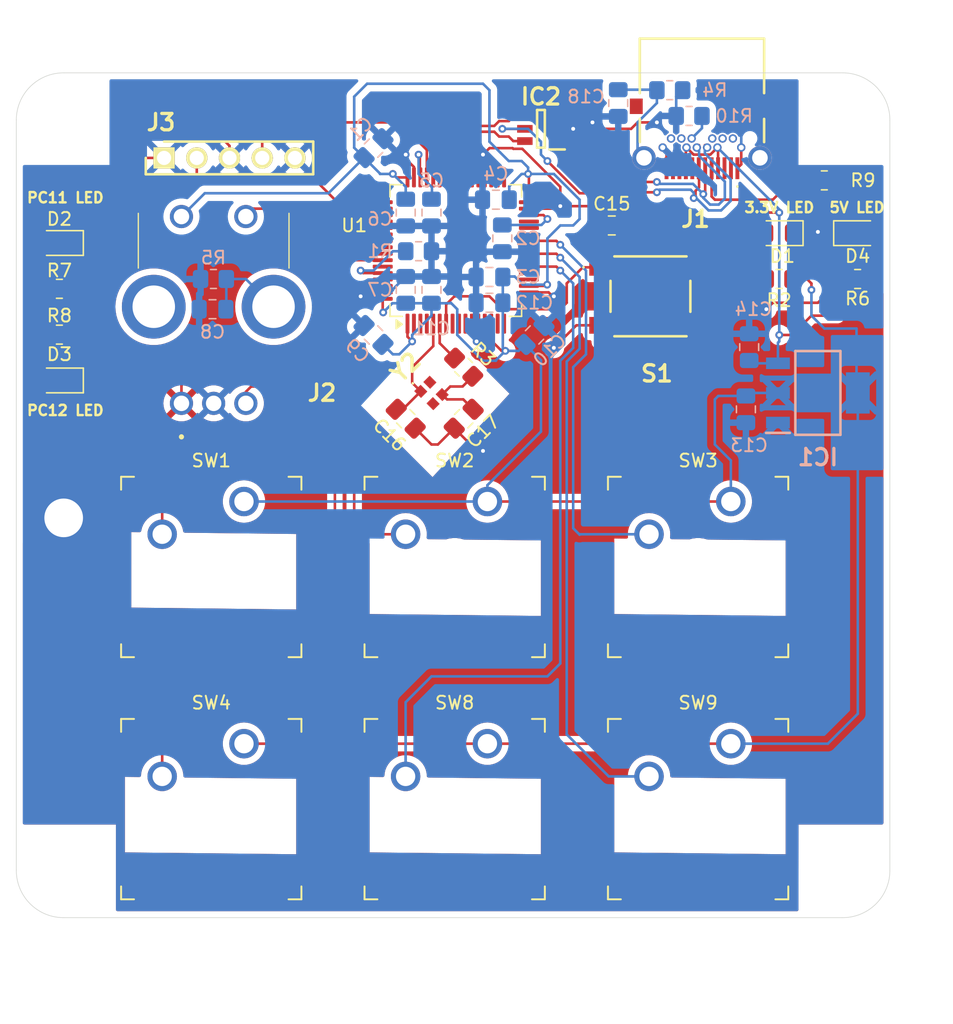
<source format=kicad_pcb>
(kicad_pcb (version 20240108) (generator "pcbnew") (generator_version "8.0")
  (layers (0 "F.Cu" signal) (31 "B.Cu" signal) (34 "B.Paste" user) (35 "F.Paste" user) (36 "B.SilkS" user "B.Silkscreen") (37 "F.SilkS" user "F.Silkscreen") (38 "B.Mask" user) (39 "F.Mask" user) (44 "Edge.Cuts" user))
  (net 0 "")
  (net 1 "GND")
  (net 2 "VBAT")
  (net 3 "VCAP1")
  (net 4 "VCAP2")
  (net 5 "+5V")
  (net 6 "PH0{slash}OSC IN")
  (net 7 "Net-(Y2-XTAL_2)")
  (net 8 "Net-(C18-Pad1)")
  (net 9 "Net-(U1-BOOT0)")
  (net 10 "PH1{slash}OSC OUT")
  (net 11 "USB+")
  (net 12 "PA13{slash}SWDIO")
  (net 13 "USB-")
  (net 14 "PA14{slash}SWCLK")
  (net 47 "D+")
  (net 48 "D-")
  (net 50 "Net-(C8-Pad1)")
  (net 65 "Net-(D1-A)")
  (net 66 "Net-(D2-A)")
  (net 67 "Net-(D3-A)")
  (net 68 "Net-(D4-A)")
  (net 71 "Net-(J1-CC2)")
  (net 72 "Net-(J1-CC1)")
  (net 73 "nRST")
  (net 74 "PB4{slash}Rotary B")
  (net 75 "PB3{slash}Rotary A")
  (net 76 "PA15{slash}Rotary SW")
  (net 77 "PC11{slash}Debug PC11")
  (net 78 "PC12{slash}Debug PC12")
  (net 79 "PB5{slash}Key 1")
  (net 80 "PB9{slash}Key 2")
  (net 81 "PB6{slash}Key 4")
  (net 82 "PA6{slash}Key 5")
  (net 83 "PC4{slash}Key 6")
  (net 84 "PB0{slash}Key 3")
  (footprint "LED_SMD:LED_0805_2012Metric_Pad1.15x1.40mm_HandSolder" (layer "F.Cu") (at 116.586001 38.1)
    (property "Reference" "D4")
    (property "Value" "LED" (hide yes))
  )
  (footprint "Resistor_SMD:R_0805_2012Metric_Pad1.20x1.40mm_HandSolder" (layer "F.Cu") (at 54.61 42.418 180)
    (property "Reference" "R7")
    (property "Value" "220" (hide yes))
  )
  (footprint "CustomFootprints:SW_MX" (layer "F.Cu") (at 66.402 82.804)
    (property "Reference" "SW4")
    (property "Value" "SW_Push" (hide yes))
  )
  (footprint "MountingHole:MountingHole_3.2mm_M3" (layer "F.Cu") (at 115.422999 87.559152)
    (property "Reference" "REF**" (hide yes))
    (property "Value" "MountingHole_3.2mm_M3" (hide yes))
  )
  (footprint "CustomFootprints:SOT95P280X145-6N" (layer "F.Cu") (at 92 30 180)
    (property "Reference" "IC2")
    (property "Value" "USBLC6-2SC6" (hide yes))
  )
  (footprint "CustomFootprints:SW_MX" (layer "F.Cu") (at 85.302 82.804)
    (property "Reference" "SW8")
    (property "Value" "SW_Push" (hide yes))
  )
  (footprint "LED_SMD:LED_0805_2012Metric_Pad1.15x1.40mm_HandSolder" (layer "F.Cu") (at 54.61 38.862 180)
    (property "Reference" "D2")
    (property "Value" "LED" (hide yes))
  )
  (footprint "Capacitor_SMD:C_0805_2012Metric_Pad1.18x1.45mm_HandSolder" (layer "F.Cu") (at 97.5 37.5)
    (property "Reference" "C15")
    (property "Value" "0.1u" (hide yes))
  )
  (footprint "CustomFootprints:HDRV5W64P0X254_1X5_1270X254X854P" (layer "F.Cu") (at 62.738 32.258)
    (property "Reference" "J3")
    (property "Value" "61300511121" (hide yes))
  )
  (footprint "Resistor_SMD:R_0805_2012Metric_Pad1.20x1.40mm_HandSolder" (layer "F.Cu") (at 54.61 45.974 180)
    (property "Reference" "R8")
    (property "Value" "220" (hide yes))
  )
  (footprint "CustomFootprints:222AMVBAR" (layer "F.Cu") (at 100.5 43)
    (property "Reference" "S1")
    (property "Value" "222AMVBAR" (hide yes))
  )
  (footprint "MountingHole:MountingHole_3.2mm_M3" (layer "F.Cu") (at 115.422995 29.32165)
    (property "Reference" "REF**" (hide yes))
    (property "Value" "MountingHole_3.2mm_M3" (hide yes))
  )
  (footprint "CustomFootprints:XRCGB" (layer "F.Cu") (at 83.5 50.5 -45)
    (property "Reference" "Y2")
    (property "Value" "XRCGB25M000FAN00R0" (hide yes))
  )
  (footprint "Resistor_SMD:R_0805_2012Metric_Pad1.20x1.40mm_HandSolder" (layer "F.Cu") (at 86 48.5 135)
    (property "Reference" "R3")
    (property "Value" "330" (hide yes))
  )
  (footprint "MountingHole:MountingHole_3.2mm_M3" (layer "F.Cu") (at 54.934849 87.559155)
    (property "Reference" "REF**" (hide yes))
    (property "Value" "MountingHole_3.2mm_M3" (hide yes))
  )
  (footprint "Capacitor_SMD:C_0805_2012Metric_Pad1.18x1.45mm_HandSolder" (layer "F.Cu") (at 86 52.5 -135)
    (property "Reference" "C17")
    (property "Value" "10p" (hide yes))
  )
  (footprint "CustomFootprints:EN11HSM1BF20" (layer "F.Cu") (at 64.088 51.308)
    (property "Reference" "J2")
    (property "Value" "EN11-HSM1BF20" (hide yes))
  )
  (footprint "CustomFootprints:SW_MX" (layer "F.Cu") (at 66.402 64.008)
    (property "Reference" "SW1")
    (property "Value" "SW_Push" (hide yes))
  )
  (footprint "Resistor_SMD:R_0805_2012Metric_Pad1.20x1.40mm_HandSolder" (layer "F.Cu") (at 116.586 41.656)
    (property "Reference" "R6")
    (property "Value" "330" (hide yes))
  )
  (footprint "CustomFootprints:SW_MX" (layer "F.Cu") (at 104.202 82.804)
    (property "Reference" "SW9")
    (property "Value" "SW_Push" (hide yes))
  )
  (footprint "Resistor_SMD:R_0805_2012Metric_Pad1.20x1.40mm_HandSolder" (layer "F.Cu") (at 110.49 41.656 180)
    (property "Reference" "R2")
    (property "Value" "220" (hide yes))
  )
  (footprint "MountingHole:MountingHole_3.2mm_M3" (layer "F.Cu") (at 54.864 29.21)
    (property "Reference" "REF**" (hide yes))
    (property "Value" "MountingHole_3.2mm_M3" (hide yes))
  )
  (footprint "Package_QFP:LQFP-64_10x10mm_P0.5mm" (layer "F.Cu") (at 85.388 39.445 90)
    (property "Reference" "U1")
    (property "Value" "STM32H7A3RGTx" (hide yes))
  )
  (footprint "CustomFootprints:UJ32CHGH2SMTTR" (layer "F.Cu") (at 104.5 28 180)
    (property "Reference" "J1")
    (property "Value" "UJ32-C-H-G-H2-SMT-TR" (hide yes))
  )
  (footprint "Resistor_SMD:R_0805_2012Metric_Pad1.20x1.40mm_HandSolder" (layer "F.Cu") (at 114 34)
    (property "Reference" "R9")
    (property "Value" "5.1k" (hide yes))
  )
  (footprint "LED_SMD:LED_0805_2012Metric_Pad1.15x1.40mm_HandSolder" (layer "F.Cu") (at 54.61 49.53 180)
    (property "Reference" "D3")
    (property "Value" "LED" (hide yes))
  )
  (footprint "CustomFootprints:SW_MX" (layer "F.Cu") (at 85.302 64.008)
    (property "Reference" "SW2")
    (property "Value" "SW_Push" (hide yes))
  )
  (footprint "Capacitor_SMD:C_0805_2012Metric_Pad1.18x1.45mm_HandSolder" (layer "F.Cu") (at 81.5 52.5 -45)
    (property "Reference" "C16")
    (property "Value" "10p" (hide yes))
  )
  (footprint "LED_SMD:LED_0805_2012Metric_Pad1.15x1.40mm_HandSolder" (layer "F.Cu") (at 110.49 38.1 180)
    (property "Reference" "D1")
    (property "Value" "LED" (hide yes))
  )
  (footprint "CustomFootprints:SW_MX" (layer "F.Cu") (at 104.202 64.008)
    (property "Reference" "SW3")
    (property "Value" "SW_Push" (hide yes))
  )
  (footprint "Capacitor_SMD:C_0805_2012Metric_Pad1.18x1.45mm_HandSolder" (layer "B.Cu") (at 88.5 35.5 180)
    (property "Reference" "C4")
    (property "Value" "100n" (hide yes))
  )
  (footprint "Capacitor_SMD:C_0805_2012Metric_Pad1.18x1.45mm_HandSolder" (layer "B.Cu") (at 79 31.5 45)
    (property "Reference" "C1")
    (property "Value" "4.7u" (hide yes))
  )
  (footprint "Capacitor_SMD:C_0805_2012Metric_Pad1.18x1.45mm_HandSolder" (layer "B.Cu") (at 81.5 36.5 -90)
    (property "Reference" "C6")
    (property "Value" "100n" (hide yes))
  )
  (footprint "Resistor_SMD:R_0805_2012Metric_Pad1.20x1.40mm_HandSolder" (layer "B.Cu") (at 102 27)
    (property "Reference" "R4")
    (property "Value" "1M" (hide yes))
  )
  (footprint "Capacitor_SMD:C_0805_2012Metric_Pad1.18x1.45mm_HandSolder" (layer "B.Cu") (at 79 46 135)
    (property "Reference" "C9")
    (property "Value" "1u" (hide yes))
  )
  (footprint "Capacitor_SMD:C_0805_2012Metric_Pad1.18x1.45mm_HandSolder" (layer "B.Cu") (at 107.911999 51.769999 -90)
    (property "Reference" "C13")
    (property "Value" "22u" (hide yes))
  )
  (footprint "Capacitor_SMD:C_0805_2012Metric_Pad1.18x1.45mm_HandSolder" (layer "B.Cu") (at 88 43.5 180)
    (property "Reference" "C12")
    (property "Value" "100n" (hide yes))
  )
  (footprint "Capacitor_SMD:C_0805_2012Metric_Pad1.18x1.45mm_HandSolder" (layer "B.Cu") (at 108.166 46.944 90)
    (property "Reference" "C14")
    (property "Value" "10u" (hide yes))
  )
  (footprint "Capacitor_SMD:C_0805_2012Metric_Pad1.18x1.45mm_HandSolder" (layer "B.Cu") (at 89 38.5 -90)
    (property "Reference" "C2")
    (property "Value" "100n" (hide yes))
  )
  (footprint "Capacitor_SMD:C_0805_2012Metric_Pad1.18x1.45mm_HandSolder" (layer "B.Cu") (at 83.5 42.5 90)
    (property "Reference" "C11")
    (property "Value" "100n" (hide yes))
  )
  (footprint "CustomFootprints:SOT230P700X180-4N" (layer "B.Cu") (at 113.5 50.5)
    (property "Reference" "IC1")
    (property "Value" "AZ1117IH-3.3TRG1" (hide yes))
  )
  (footprint "Capacitor_SMD:C_0805_2012Metric_Pad1.18x1.45mm_HandSolder" (layer "B.Cu") (at 83.5 36.5 -90)
    (property "Reference" "C5")
    (property "Value" "100n" (hide yes))
  )
  (footprint "Capacitor_SMD:C_0805_2012Metric_Pad1.18x1.45mm_HandSolder" (layer "B.Cu") (at 91.5 46 45)
    (property "Reference" "C10")
    (property "Value" "1u" (hide yes))
  )
  (footprint "Capacitor_SMD:C_0805_2012Metric_Pad1.18x1.45mm_HandSolder" (layer "B.Cu") (at 66.5 44 180)
    (property "Reference" "C8")
    (property "Value" "2.2n" (hide yes))
  )
  (footprint "Resistor_SMD:R_0805_2012Metric_Pad1.20x1.40mm_HandSolder" (layer "B.Cu") (at 103.5 29 180)
    (property "Reference" "R10")
    (property "Value" "5.1k" (hide yes))
  )
  (footprint "Capacitor_SMD:C_0805_2012Metric_Pad1.18x1.45mm_HandSolder" (layer "B.Cu") (at 81.5 42.5 90)
    (property "Reference" "C7")
    (property "Value" "100n" (hide yes))
  )
  (footprint "Resistor_SMD:R_0805_2012Metric_Pad1.20x1.40mm_HandSolder" (layer "B.Cu") (at 82.5 39.5)
    (property "Reference" "R1")
    (property "Value" "10k" (hide yes))
  )
  (footprint "Capacitor_SMD:C_0805_2012Metric_Pad1.18x1.45mm_HandSolder" (layer "B.Cu") (at 98 28 -90)
    (property "Reference" "C18")
    (property "Value" "2.2n" (hide yes))
  )
  (footprint "Capacitor_SMD:C_0805_2012Metric_Pad1.18x1.45mm_HandSolder" (layer "B.Cu") (at 88 41.5 180)
    (property "Reference" "C3")
    (property "Value" "100n" (hide yes))
  )
  (footprint "Resistor_SMD:R_0805_2012Metric_Pad1.20x1.40mm_HandSolder" (layer "B.Cu") (at 66.572 41.656 180)
    (property "Reference" "R5")
    (property "Value" "1M" (hide yes))
  )
  (gr_line (start 54.959132 25.654) (end 115.447995 25.654) (stroke (width 0.05)) (layer "Edge.Cuts"))
  (gr_arc (start 115.447995 25.654) (mid 118.033843 26.745654) (end 119.09065 29.345939) (stroke (width 0.05)) (layer "Edge.Cuts"))
  (gr_arc (start 54.909848 91.226807) (mid 52.324 90.135152) (end 51.267193 87.534868) (stroke (width 0.05)) (layer "Edge.Cuts"))
  (gr_arc (start 119.09065 87.584152) (mid 117.998995 90.17) (end 115.398711 91.226807) (stroke (width 0.05)) (layer "Edge.Cuts"))
  (gr_arc (start 51.267193 29.296655) (mid 52.358847 26.710806) (end 54.959132 25.654) (stroke (width 0.05)) (layer "Edge.Cuts"))
  (gr_line (start 119.09065 29.345939) (end 119.09065 87.584152) (stroke (width 0.05)) (layer "Edge.Cuts"))
  (gr_line (start 115.398711 91.226807) (end 54.909848 91.226807) (stroke (width 0.05)) (layer "Edge.Cuts"))
  (gr_line (start 51.267193 87.534868) (end 51.267193 29.296655) (stroke (width 0.05)) (layer "Edge.Cuts"))
  (gr_text "3.3V LED" (at 107.696 36.576 0) (layer "F.SilkS") (effects (font (size 0.8 0.8) (thickness 0.1875) (bold yes)) (justify left bottom)))
  (gr_text "PC11 LED" (at 52 35.814 0) (layer "F.SilkS") (effects (font (size 0.8 0.8) (thickness 0.1875) (bold yes)) (justify left bottom)))
  (gr_text "PC12 LED" (at 52 52.324 0) (layer "F.SilkS") (effects (font (size 0.8 0.8) (thickness 0.1875) (bold yes)) (justify left bottom)))
  (gr_text "5V LED" (at 114.3 36.576 0) (layer "F.SilkS") (effects (font (size 0.8 0.8) (thickness 0.1875) (bold yes)) (justify left bottom)))
  (segment (start 93.25 30) (end 94.5 30) (width 0.2) (layer "F.Cu") (net 1))
  (segment (start 82.138 32.96259) (end 82.138 33.77) (width 0.2) (layer "F.Cu") (net 1))
  (segment (start 96.525 45.25) (end 96.525 46.525) (width 0.2) (layer "F.Cu") (net 1))
  (segment (start 82.233623 53.233623) (end 83.5 54.5) (width 0.2) (layer "F.Cu") (net 1))
  (segment (start 83.5 54.5) (end 84 54.5) (width 0.2) (layer "F.Cu") (net 1))
  (segment (start 81.5 32) (end 81.5 32.32459) (width 0.2) (layer "F.Cu") (net 1))
  (segment (start 92.805 36.195) (end 91.063 36.195) (width 0.2) (layer "F.Cu") (net 1))
  (segment (start 67.818 31.318) (end 67.818 32.258) (width 0.2) (layer "F.Cu") (net 1))
  (segment (start 115.561002 38.1) (end 115.561002 36.061002) (width 0.2) (layer "F.Cu") (net 1))
  (segment (start 55.634999 59.505708) (end 54.944022 60.196685) (width 0.2) (layer "F.Cu") (net 1))
  (segment (start 101.75 33.06) (end 101.75 31.75) (width 0.2) (layer "F.Cu") (net 1))
  (segment (start 89.8 31.5) (end 89.85 31.55) (width 0.2) (layer "F.Cu") (net 1))
  (segment (start 111.514999 38.1) (end 115.561002 38.1) (width 0.2) (layer "F.Cu") (net 1))
  (segment (start 114 43) (end 113.5 43.5) (width 0.2) (layer "F.Cu") (net 1))
  (segment (start 55.61 49.505) (end 55.635 49.53) (width 0.2) (layer "F.Cu") (net 1))
  (segment (start 64.496 30.5) (end 67 30.5) (width 0.2) (layer "F.Cu") (net 1))
  (segment (start 114 42) (end 114 43) (width 0.2) (layer "F.Cu") (net 1))
  (segment (start 96.525 46.525) (end 97.5 47.5) (width 0.2) (layer "F.Cu") (net 1))
  (segment (start 92.596471 42.695) (end 92.901471 43) (width 0.2) (layer "F.Cu") (net 1))
  (segment (start 90.55 31.55) (end 93.5 34.5) (width 0.2) (layer "F.Cu") (net 1))
  (segment (start 87.032754 55) (end 87.5 55) (width 0.2) (layer "F.Cu") (net 1))
  (segment (start 87.138 45.12) (end 87.138 46.362) (width 0.2) (layer "F.Cu") (net 1))
  (segment (start 57.5 38.5) (end 57.5 34) (width 0.2) (layer "F.Cu") (net 1))
  (segment (start 101 29.5) (end 99.5 29.5) (width 0.2) (layer "F.Cu") (net 1))
  (segment (start 78 43) (end 78.305 42.695) (width 0.2) (layer "F.Cu") (net 1))
  (segment (start 101.75 31.75) (end 101.45 31.45) (width 0.2) (layer "F.Cu") (net 1))
  (segment (start 98.5375 36.5375) (end 98.5375 37.5) (width 0.2) (layer "F.Cu") (net 1))
  (segment (start 107.25 33.06) (end 107.55 32.76) (width 0.2) (layer "F.Cu") (net 1))
  (segment (start 78.305 42.695) (end 79.713 42.695) (width 0.2) (layer "F.Cu") (net 1))
  (segment (start 93 47) (end 94.75 45.25) (width 0.2) (layer "F.Cu") (net 1))
  (segment (start 97.5 47.5) (end 103 47.5) (width 0.2) (layer "F.Cu") (net 1))
  (segment (start 89.85 31.55) (end 90.55 31.55) (width 0.2) (layer "F.Cu") (net 1))
  (segment (start 93.5 34.5) (end 93.5 36) (width 0.2) (layer "F.Cu") (net 1))
  (segment (start 96.5 30) (end 96 29.5) (width 0.2) (layer "F.Cu") (net 1))
  (segment (start 93 36) (end 92.805 36.195) (width 0.2) (layer "F.Cu") (net 1))
  (segment (start 93 36) (end 98 36) (width 0.2) (layer "F.Cu") (net 1))
  (segment (start 115 35.5) (end 115 34) (width 0.2) (layer "F.Cu") (net 1))
  (segment (start 91.063 42.695) (end 92.596471 42.695) (width 0.2) (layer "F.Cu") (net 1))
  (segment (start 88 31.5) (end 89.8 31.5) (width 0.2) (layer "F.Cu") (net 1))
  (segment (start 57.138 38.862) (end 57.5 38.5) (width 0.2) (layer "F.Cu") (net 1))
  (segment (start 67 30.5) (end 67.818 31.318) (width 0.2) (layer "F.Cu") (net 1))
  (segment (start 104.475 46.025) (end 104.475 45.25) (width 0.2) (layer "F.Cu") (net 1))
  (segment (start 115.561002 36.061002) (end 115 35.5) (width 0.2) (layer "F.Cu") (net 1))
  (segment (start 59.242 32.258) (end 62.738 32.258) (width 0.2) (layer "F.Cu") (net 1))
  (segment (start 57.5 34) (end 59.242 32.258) (width 0.2) (layer "F.Cu") (net 1))
  (segment (start 94.75 45.25) (end 96.525 45.25) (width 0.2) (layer "F.Cu") (net 1))
  (segment (start 55.634999 38.862) (end 57.138 38.862) (width 0.2) (layer "F.Cu") (net 1))
  (segment (start 103 47.5) (end 104.475 46.025) (width 0.2) (layer "F.Cu") (net 1))
  (segment (start 85.266377 53.233623) (end 87.032754 55) (width 0.2) (layer "F.Cu") (net 1))
  (segment (start 87.5 32) (end 88 31.5) (width 0.2) (layer "F.Cu") (net 1))
  (segment (start 99 30) (end 96.5 30) (width 0.2) (layer "F.Cu") (net 1))
  (segment (start 98 36) (end 98.5375 36.5375) (width 0.2) (layer "F.Cu") (net 1))
  (segment (start 113.5 41.5) (end 113.5 38) (width 0.2) (layer "F.Cu") (net 1))
  (segment (start 92.901471 43) (end 93 43) (width 0.2) (layer "F.Cu") (net 1))
  (segment (start 107.55 32.76) (end 107.55 31.45) (width 0.2) (layer "F.Cu") (net 1))
  (segment (start 99.5 29.5) (end 99 30) (width 0.2) (layer "F.Cu") (net 1))
  (segment (start 113.5 43.5) (end 110 43.5) (width 0.2) (layer "F.Cu") (net 1))
  (segment (start 87.138 46.362) (end 87 46.5) (width 0.2) (layer "F.Cu") (net 1))
  (segment (start 114 42) (end 113.5 41.5) (width 0.2) (layer "F.Cu") (net 1))
  (segment (start 81.5 32.32459) (end 82.138 32.96259) (width 0.2) (layer "F.Cu") (net 1))
  (segment (start 84 54.5) (end 85.266377 53.233623) (width 0.2) (layer "F.Cu") (net 1))
  (segment (start 62.738 32.258) (end 64.496 30.5) (width 0.2) (layer "F.Cu") (net 1))
  (segment (start 110 43.5) (end 109.5 44) (width 0.2) (layer "F.Cu") (net 1))
  (segment (start 55.634999 49.53) (end 55.634999 59.505708) (width 0.2) (layer "F.Cu") (net 1))
  (via (at 81.5 32) (size 0.6) (drill 0.3) (layers "F.Cu" "B.Cu") (net 1))
  (via (at 113.5 38) (size 0.6) (drill 0.3) (layers "F.Cu" "B.Cu") (net 1))
  (via (at 54.944022 60.196685) (size 6) (drill 3) (layers "F.Cu" "B.Cu") (net 1))
  (via (at 96 29.5) (size 0.6) (drill 0.3) (layers "F.Cu" "B.Cu") (net 1))
  (via (at 109.5 44) (size 0.6) (drill 0.3) (layers "F.Cu" "B.Cu") (net 1))
  (via (at 101 29.5) (size 0.6) (drill 0.3) (layers "F.Cu" "B.Cu") (net 1))
  (via (at 93 43) (size 0.6) (drill 0.3) (layers "F.Cu" "B.Cu") (net 1))
  (via (at 87 46.5) (size 0.6) (drill 0.3) (layers "F.Cu" "B.Cu") (net 1))
  (via (at 93 47) (size 0.6) (drill 0.3) (layers "F.Cu" "B.Cu") (net 1))
  (via (at 87.5 55) (size 0.6) (drill 0.3) (layers "F.Cu" "B.Cu") (net 1))
  (via (at 94.5 30) (size 0.6) (drill 0.3) (layers "F.Cu" "B.Cu") (net 1))
  (via (at 93.5 36) (size 0.6) (drill 0.3) (layers "F.Cu" "B.Cu") (net 1))
  (via (at 87.5 32) (size 0.6) (drill 0.3) (layers "F.Cu" "B.Cu") (net 1))
  (via (at 78 43) (size 0.6) (drill 0.3) (layers "F.Cu" "B.Cu") (net 1))
  (segment (start 93 44.5) (end 93 43) (width 0.2) (layer "B.Cu") (net 1))
  (segment (start 80.4625 42.5) (end 81.5 41.4625) (width 0.2) (layer "B.Cu") (net 1))
  (segment (start 84.9625 37.5375) (end 85.5 37) (width 0.2) (layer "B.Cu") (net 1))
  (segment (start 86.9625 41.5) (end 86.9625 40.5375) (width 0.2) (layer "B.Cu") (net 1))
  (segment (start 71.156 34) (end 72.898 32.258) (width 0.2) (layer "B.Cu") (net 1))
  (segment (start 81.5 37.5375) (end 83.5 37.5375) (width 0.2) (layer "B.Cu") (net 1))
  (segment (start 86.9625 43.5) (end 86.9625 46.4625) (width 0.2) (layer "B.Cu") (net 1))
  (segment (start 85.5 36.5) (end 86.5 35.5) (width 0.2) (layer "B.Cu") (net 1))
  (segment (start 80.967246 32) (end 81.5 32) (width 0.2) (layer "B.Cu") (net 1))
  (segment (start 102.5 29) (end 102.5 27.5) (width 0.2) (layer "B.Cu") (net 1))
  (segment (start 111 31.5) (end 109.5 30) (width 0.2) (layer "B.Cu") (net 1))
  (segment (start 83.5 39.5) (end 83.5 41.4625) (width 0.2) (layer "B.Cu") (net 1))
  (segment (start 69.56 34) (end 71.156 34) (width 0.2) (layer "B.Cu") (net 1))
  (segment (start 78 43.5) (end 77.5 44) (width 0.2) (layer "B.Cu") (net 1))
  (segment (start 107.55 30.05) (end 107.6 30) (width 0.2) (layer "B.Cu") (net 1))
  (segment (start 86.9625 43.5) (end 86.9625 41.5) (width 0.2) (layer "B.Cu") (net 1))
  (segment (start 98 29.0375) (end 96.4625 29.0375) (width 0.2) (layer "B.Cu") (net 1))
  (segment (start 86.9625 40.5375) (end 87.9625 39.5375) (width 0.2) (layer "B.Cu") (net 1))
  (segment (start 92.233623 45.266377) (end 93 44.5) (width 0.2) (layer "B.Cu") (net 1))
  (segment (start 96.4625 29.0375) (end 96 29.5) (width 0.2) (layer "B.Cu") (net 1))
  (segment (start 77.5 44) (end 77.5 44.5) (width 0.2) (layer "B.Cu") (net 1))
  (segment (start 111 34.5) (end 111 31.5) (width 0.2) (layer "B.Cu") (net 1))
  (segment (start 78 43) (end 78.5 42.5) (width 0.2) (layer "B.Cu") (net 1))
  (segment (start 78 43) (end 78 43.5) (width 0.2) (layer "B.Cu") (net 1))
  (segment (start 113.5 38) (end 113.5 37) (width 0.2) (layer "B.Cu") (net 1))
  (segment (start 83.5 41.4625) (end 86.925 41.4625) (width 0.2) (layer "B.Cu") (net 1))
  (segment (start 77.5 44.5) (end 78.266377 45.266377) (width 0.2) (layer "B.Cu") (net 1))
  (segment (start 83.5 37.5375) (end 83.5 39.5) (width 0.2) (layer "B.Cu") (net 1))
  (segment (start 78.5 42.5) (end 80.4625 42.5) (width 0.2) (layer "B.Cu") (net 1))
  (segment (start 83.5 37.5375) (end 84.9625 37.5375) (width 0.2) (layer "B.Cu") (net 1))
  (segment (start 83.5 41.4625) (end 81.5 41.4625) (width 0.2) (layer "B.Cu") (net 1))
  (segment (start 85.5 37) (end 85.5 36.5) (width 0.2) (layer "B.Cu") (net 1))
  (segment (start 87.4625 35.5) (end 87.4625 32.0375) (width 0.2) (layer "B.Cu") (net 1))
  (segment (start 67.818 32.258) (end 69.56 34) (width 0.2) (layer "B.Cu") (net 1))
  (segment (start 107.55 30.05) (end 107.55 31.45) (width 0.2) (layer "B.Cu") (net 1))
  (segment (start 86.9625 46.4625) (end 87 46.5) (width 0.2) (layer "B.Cu") (net 1))
  (segment (start 65.8045 41.8885) (end 65.572 41.656) (width 0.2) (layer "B.Cu") (net 1))
  (segment (start 65.572 43.8905) (end 65.4625 44) (width 0.2) (layer "B.Cu") (net 1))
  (segment (start 93 46.032754) (end 93 47) (width 0.2) (layer "B.Cu") (net 1))
  (segment (start 102.5 27.5) (end 103 27) (width 0.2) (layer "B.Cu") (net 1))
  (segment (start 87.4625 32.0375) (end 87.5 32) (width 0.2) (layer "B.Cu") (net 1))
  (segment (start 110.3925 52.8075) (end 110.4 52.8) (width 0.2) (layer "B.Cu") (net 1))
  (segment (start 65.572 41.656) (end 65.572 43.8905) (width 0.2) (layer "B.Cu") (net 1))
  (segment (start 113.5 37) (end 111 34.5) (width 0.2) (layer "B.Cu") (net 1))
  (segment (start 87.9625 39.5375) (end 89 39.5375) (width 0.2) (layer "B.Cu") (net 1))
  (segment (start 92.233623 45.266377) (end 93 46.032754) (width 0.2) (layer "B.Cu") (net 1))
  (segment (start 86.925 41.4625) (end 86.9625 41.5) (width 0.2) (layer "B.Cu") (net 1))
  (segment (start 79.733623 30.766377) (end 80.967246 32) (width 0.2) (layer "B.Cu") (net 1))
  (segment (start 86.5 35.5) (end 87.4625 35.5) (width 0.2) (layer "B.Cu") (net 1))
  (segment (start 107.6 30) (end 109.5 30) (width 0.2) (layer "B.Cu") (net 1))
  (segment (start 106.742 77.724) (end 87.842 77.724) (width 0.2) (layer "F.Cu") (net 2))
  (segment (start 113 42) (end 112.656 41.656) (width 0.2) (layer "F.Cu") (net 2))
  (segment (start 92.382802 42.195) (end 91.063 42.195) (width 0.2) (layer "F.Cu") (net 2))
  (segment (start 87.842 77.724) (end 68.942 77.724) (width 0.2) (layer "F.Cu") (net 2))
  (segment (start 106.742 58.928) (end 87.842 58.928) (width 0.2) (layer "F.Cu") (net 2))
  (segment (start 82 46.5) (end 81.638 46.138) (width 0.2) (layer "F.Cu") (net 2))
  (segment (start 87.638 45.92741) (end 87.638 45.12) (width 0.2) (layer "F.Cu") (net 2))
  (segment (start 79.713 44.213) (end 79.713 43.195) (width 0.2) (layer "F.Cu") (net 2))
  (segment (start 112.656 41.656) (end 111.49 41.656) (width 0.2) (layer "F.Cu") (net 2))
  (segment (start 92.482802 42.095) (end 92.382802 42.195) (width 0.2) (layer "F.Cu") (net 2))
  (segment (start 91 33.5) (end 91.063 33.563) (width 0.2) (layer "F.Cu") (net 2))
  (segment (start 81.638 46.138) (end 81.638 45.12) (width 0.2) (layer "F.Cu") (net 2))
  (segment (start 113 42.5) (end 113 42) (width 0.2) (layer "F.Cu") (net 2))
  (segment (start 80.77 33.77) (end 81.638 33.77) (width 0.2) (layer "F.Cu") (net 2))
  (segment (start 88.944213 47.233623) (end 87.638 45.92741) (width 0.2) (layer "F.Cu") (net 2))
  (segment (start 89.233623 47.233623) (end 88.944213 47.233623) (width 0.2) (layer "F.Cu") (net 2))
  (segment (start 79.75 44.25) (end 79.713 44.213) (width 0.2) (layer "F.Cu") (net 2))
  (segment (start 91.063 33.563) (end 91.063 35.695) (width 0.2) (layer "F.Cu") (net 2))
  (segment (start 80.5 33.5) (end 80.77 33.77) (width 0.2) (layer "F.Cu") (net 2))
  (via (at 79.75 44.25) (size 0.6) (drill 0.3) (layers "F.Cu" "B.Cu") (net 2))
  (via (at 80.5 33.5) (size 0.6) (drill 0.3) (layers "F.Cu" "B.Cu") (net 2))
  (via (at 89.233623 47.233623) (size 0.6) (drill 0.3) (layers "F.Cu" "B.Cu") (net 2))
  (via (at 92.482802 42.095) (size 0.6) (drill 0.3) (layers "F.Cu" "B.Cu") (net 2))
  (via (at 82 46.5) (size 0.6) (drill 0.3) (layers "F.Cu" "B.Cu") (net 2))
  (via (at 113 42.5) (size 0.6) (drill 0.3) (layers "F.Cu" "B.Cu") (net 2))
  (via (at 91 33.5) (size 0.6) (drill 0.3) (layers "F.Cu" "B.Cu") (net 2))
  (segment (start 89.233623 47.233623) (end 89.0375 47.0375) (width 0.2) (layer "B.Cu") (net 2))
  (segment (start 82 46) (end 82 46.5) (width 0.2) (layer "B.Cu") (net 2))
  (segment (start 116.5 45.5) (end 116.5 50.4) (width 0.2) (layer "B.Cu") (net 2))
  (segment (start 77.5 27.5) (end 77.5 31.467246) (width 0.2) (layer "B.Cu") (net 2))
  (segment (start 106.742 55.742) (end 106.742 58.928) (width 0.2) (layer "B.Cu") (net 2))
  (segment (start 83.5 44.5) (end 82 46) (width 0.2) (layer "B.Cu") (net 2))
  (segment (start 88 31) (end 88 27) (width 0.2) (layer "B.Cu") (net 2))
  (segment (start 92.482802 42.095) (end 90.595 42.095) (width 0.2) (layer "B.Cu") (net 2))
  (segment (start 83.5 43.5375) (end 84.9625 43.5375) (width 0.2) (layer "B.Cu") (net 2))
  (segment (start 114 45.5) (end 116.5 45.5) (width 0.2) (layer "B.Cu") (net 2))
  (segment (start 108.144498 50.5) (end 107.911999 50.732499) (width 0.2) (layer "B.Cu") (net 2))
  (segment (start 116.6 50.5) (end 116.6 75.4) (width 0.2) (layer "B.Cu") (net 2))
  (segment (start 78.266377 32.233623) (end 75.5 35) (width 0.2) (layer "B.Cu") (net 2))
  (segment (start 105.5 54.5) (end 106.742 55.742) (width 0.2) (layer "B.Cu") (net 2))
  (segment (start 92 53.5) (end 87.842 57.658) (width 0.2) (layer "B.Cu") (net 2))
  (segment (start 81.5 43.5375) (end 80.4625 43.5375) (width 0.2) (layer "B.Cu") (net 2))
  (segment (start 89.5375 34.4625) (end 90.5 33.5) (width 0.2) (layer "B.Cu") (net 2))
  (segment (start 81 47.5) (end 82 46.5) (width 0.2) (layer "B.Cu") (net 2))
  (segment (start 113 42.5) (end 113 44.5) (width 0.2) (layer "B.Cu") (net 2))
  (segment (start 92 47.967246) (end 92 53.5) (width 0.2) (layer "B.Cu") (net 2))
  (segment (start 88.5 48) (end 88.5 47.967246) (width 0.2) (layer "B.Cu") (net 2))
  (segment (start 81.5 34.5) (end 80.5 33.5) (width 0.2) (layer "B.Cu") (net 2))
  (segment (start 80.5 47.5) (end 81 47.5) (width 0.2) (layer "B.Cu") (net 2))
  (segment (start 77.5 31.467246) (end 78.266377 32.233623) (width 0.2) (layer "B.Cu") (net 2))
  (segment (start 89.5375 35.5) (end 89.5375 34.4625) (width 0.2) (layer "B.Cu") (net 2))
  (segment (start 81.5 43.5375) (end 83.5 43.5375) (width 0.2) (layer "B.Cu") (net 2))
  (segment (start 88 27) (end 87.5 26.5) (width 0.2) (layer "B.Cu") (net 2))
  (segment (start 90.595 42.095) (end 89.9625 41.4625) (width 0.2) (layer "B.Cu") (net 2))
  (segment (start 85.5 46) (end 87.5 48) (width 0.2) (layer "B.Cu") (net 2))
  (segment (start 92.5 42.077802) (end 92.5 38.5) (width 0.2) (layer "B.Cu") (net 2))
  (segment (start 116.5 50.4) (end 116.6 50.5) (width 0.2) (layer "B.Cu") (net 2))
  (segment (start 94.5 37.5) (end 95 37) (width 0.2) (layer "B.Cu") (net 2))
  (segment (start 87.842 57.658) (end 87.842 58.928) (width 0.2) (layer "B.Cu") (net 2))
  (segment (start 92.482802 42.095) (end 92.5 42.077802) (width 0.2) (layer "B.Cu") (net 2))
  (segment (start 79.5 33.467246) (end 78.266377 32.233623) (width 0.2) (layer "B.Cu") (net 2))
  (segment (start 78.5 26.5) (end 77.5 27.5) (width 0.2) (layer "B.Cu") (net 2))
  (segment (start 87.5 48) (end 88.5 48) (width 0.2) (layer "B.Cu") (net 2))
  (segment (start 93.5 37.5) (end 94.5 37.5) (width 0.2) (layer "B.Cu") (net 2))
  (segment (start 116.6 75.4) (end 114.276 77.724) (width 0.2) (layer "B.Cu") (net 2))
  (segment (start 113 44.5) (end 114 45.5) (width 0.2) (layer "B.Cu") (net 2))
  (segment (start 89.9625 41.4625) (end 89 41.4625) (width 0.2) (layer "B.Cu") (net 2))
  (segment (start 65.896 35) (end 64.088 36.808) (width 0.2) (layer "B.Cu") (net 2))
  (segment (start 75.5 35) (end 65.896 35) (width 0.2) (layer "B.Cu") (net 2))
  (segment (start 105.5 51) (end 105.5 54.5) (width 0.2) (layer "B.Cu") (net 2))
  (segment (start 89.0375 47.0375) (end 89.0375 43.5) (width 0.2) (layer "B.Cu") (net 2))
  (segment (start 79.5 33.5) (end 79.5 33.467246) (width 0.2) (layer "B.Cu") (net 2))
  (segment (start 90.5 33.5) (end 91 33.5) (width 0.2) (layer "B.Cu") (net 2))
  (segment (start 90.266377 47.233623) (end 90.766377 46.733623) (width 0.2) (layer "B.Cu") (net 2))
  (segment (start 114.276 77.724) (end 106.742 77.724) (width 0.2) (layer "B.Cu") (net 2))
  (segment (start 89.0375 41.5) (end 89.0375 43.5) (width 0.2) (layer "B.Cu") (net 2))
  (segment (start 88.5 47.967246) (end 89.233623 47.233623) (width 0.2) (layer "B.Cu") (net 2))
  (segment (start 81.5 35.4625) (end 81.5 34.5) (width 0.2) (layer "B.Cu") (net 2))
  (segment (start 93 33.5) (end 91 33.5) (width 0.2) (layer "B.Cu") (net 2))
  (segment (start 84.9625 43.5375) (end 85 43.5) (width 0.2) (layer "B.Cu") (net 2))
  (segment (start 85 43.5) (end 85.5 44) (width 0.2) (layer "B.Cu") (net 2))
  (segment (start 91 33) (end 90.5 32.5) (width 0.2) (layer "B.Cu") (net 2))
  (segment (start 85.5 44) (end 85.5 46) (width 0.2) (layer "B.Cu") (net 2))
  (segment (start 110.4 50.5) (end 108.144498 50.5) (width 0.2) (layer "B.Cu") (net 2))
  (segment (start 90.766377 46.733623) (end 92 47.967246) (width 0.2) (layer "B.Cu") (net 2))
  (segment (start 89.233623 47.233623) (end 90.266377 47.233623) (width 0.2) (layer "B.Cu") (net 2))
  (segment (start 90.5 32.5) (end 89.5 32.5) (width 0.2) (layer "B.Cu") (net 2))
  (segment (start 91 33.5) (end 91 33) (width 0.2) (layer "B.Cu") (net 2))
  (segment (start 87.842 58.928) (end 68.942 58.928) (width 0.2) (layer "B.Cu") (net 2))
  (segment (start 83.5 43.5375) (end 83.5 44.5) (width 0.2) (layer "B.Cu") (net 2))
  (segment (start 107.911999 50.732499) (end 105.767501 50.732499) (width 0.2) (layer "B.Cu") (net 2))
  (segment (start 87.5 26.5) (end 78.5 26.5) (width 0.2) (layer "B.Cu") (net 2))
  (segment (start 92.5 38.5) (end 93.5 37.5) (width 0.2) (layer "B.Cu") (net 2))
  (segment (start 79.733623 46.733623) (end 80.5 47.5) (width 0.2) (layer "B.Cu") (net 2))
  (segment (start 89.5 32.5) (end 88 31) (width 0.2) (layer "B.Cu") (net 2))
  (segment (start 80.4625 43.5375) (end 79.75 44.25) (width 0.2) (layer "B.Cu") (net 2))
  (segment (start 95 35.5) (end 93 33.5) (width 0.2) (layer "B.Cu") (net 2))
  (segment (start 105.767501 50.732499) (end 105.5 51) (width 0.2) (layer "B.Cu") (net 2))
  (segment (start 95 37) (end 95 35.5) (width 0.2) (layer "B.Cu") (net 2))
  (segment (start 80.5 33.5) (end 79.5 33.5) (width 0.2) (layer "B.Cu") (net 2))
  (segment (start 91.063 36.695) (end 92.195 36.695) (width 0.2) (layer "F.Cu") (net 3))
  (segment (start 92.195 36.695) (end 92.5 37) (width 0.2) (layer "F.Cu") (net 3))
  (via (at 92.5 37) (size 0.6) (drill 0.3) (layers "F.Cu" "B.Cu") (net 3))
  (segment (start 89 37.4625) (end 92.0375 37.4625) (width 0.2) (layer "B.Cu") (net 3))
  (segment (start 92.0375 37.4625) (end 92.5 37) (width 0.2) (layer "B.Cu") (net 3))
  (segment (start 82.6 32.1) (end 82.5 32) (width 0.2) (layer "F.Cu") (net 4))
  (segment (start 82.638 33.77) (end 82.6 33.732) (width 0.2) (layer "F.Cu") (net 4))
  (segment (start 82.6 33.732) (end 82.6 32.1) (width 0.2) (layer "F.Cu") (net 4))
  (via (at 82.5 32) (size 0.6) (drill 0.3) (layers "F.Cu" "B.Cu") (net 4))
  (segment (start 82.5 33.5) (end 82.5 32) (width 0.2) (layer "B.Cu") (net 4))
  (segment (start 83.5375 35.5) (end 83.5375 34.5375) (width 0.2) (layer "B.Cu") (net 4))
  (segment (start 83.5375 34.5375) (end 82.5 33.5) (width 0.2) (layer "B.Cu") (net 4))
  (segment (start 103.85 32) (end 103.3 31.45) (width 0.2) (layer "F.Cu") (net 5))
  (segment (start 95.5 35) (end 95 35) (width 0.2) (layer "F.Cu") (net 5))
  (segment (start 105.15 32) (end 103.85 32) (width 0.2) (layer "F.Cu") (net 5))
  (segment (start 103.25 33.06) (end 103.25 31.5) (width 0.2) (layer "F.Cu") (net 5))
  (segment (start 110.5 36.5) (end 109 36.5) (width 0.2) (layer "F.Cu") (net 5))
  (segment (start 105.7 31.45) (end 105.15 32) (width 0.2) (layer "F.Cu") (net 5))
  (segment (start 100.5 37.5) (end 98.5 35.5) (width 0.2) (layer "F.Cu") (net 5))
  (segment (start 103.25 31.5) (end 103.3 31.45) (width 0.2) (layer "F.Cu") (net 5))
  (segment (start 105.75 31.5) (end 105.7 31.45) (width 0.2) (layer "F.Cu") (net 5))
  (segment (start 108 37.5) (end 100.5 37.5) (width 0.2) (layer "F.Cu") (net 5))
  (segment (start 96 35.5) (end 95.5 35) (width 0.2) (layer "F.Cu") (net 5))
  (segment (start 90.75 30) (end 89 30) (width 0.2) (layer "F.Cu") (net 5))
  (segment (start 109 36.5) (end 108 37.5) (width 0.2) (layer "F.Cu") (net 5))
  (segment (start 115.586 43.914) (end 115.586 41.656) (width 0.2) (layer "F.Cu") (net 5))
  (segment (start 110.5 46) (end 111.5 46) (width 0.2) (layer "F.Cu") (net 5))
  (segment (start 111.5 46) (end 113 44.5) (width 0.2) (layer "F.Cu") (net 5))
  (segment (start 98.5 35.5) (end 96 35.5) (width 0.2) (layer "F.Cu") (net 5))
  (segment (start 95 35) (end 92.5 32.5) (width 0.2) (layer "F.Cu") (net 5))
  (segment (start 115 44.5) (end 115.586 43.914) (width 0.2) (layer "F.Cu") (net 5))
  (segment (start 113 44.5) (end 115 44.5) (width 0.2) (layer "F.Cu") (net 5))
  (segment (start 105.75 33.06) (end 105.75 31.5) (width 0.2) (layer "F.Cu") (net 5))
  (via (at 89 30) (size 0.6) (drill 0.3) (layers "F.Cu" "B.Cu") (net 5))
  (via (at 110.5 36.5) (size 0.6) (drill 0.3) (layers "F.Cu" "B.Cu") (net 5))
  (via (at 110.5 46) (size 0.6) (drill 0.3) (layers "F.Cu" "B.Cu") (net 5))
  (via (at 92.5 32.5) (size 0.6) (drill 0.3) (layers "F.Cu" "B.Cu") (net 5))
  (segment (start 92 32) (end 92 31) (width 0.2) (layer "B.Cu") (net 5))
  (segment (start 110.5 46.5) (end 110.4 46.6) (width 0.2) (layer "B.Cu") (net 5))
  (segment (start 110.5 36.25) (end 105.7 31.45) (width 0.2) (layer "B.Cu") (net 5))
  (segment (start 92 31) (end 91 30) (width 0.2) (layer "B.Cu") (net 5))
  (segment (start 92.5 32.5) (end 92 32) (width 0.2) (layer "B.Cu") (net 5))
  (segment (start 108.3845 48.2) (end 108.166 47.9815) (width 0.2) (layer "B.Cu") (net 5))
  (segment (start 110.5 36.5) (end 110.5 36.25) (width 0.2) (layer "B.Cu") (net 5))
  (segment (start 110.4 46.6) (end 110.4 48.2) (width 0.2) (layer "B.Cu") (net 5))
  (segment (start 91 30) (end 89 30) (width 0.2) (layer "B.Cu") (net 5))
  (segment (start 110.181501 47.981499) (end 110.4 48.2) (width 0.2) (layer "B.Cu") (net 5))
  (segment (start 110.5 46) (end 110.5 46.5) (width 0.2) (layer "B.Cu") (net 5))
  (segment (start 110.5 46) (end 110.5 36.5) (width 0.2) (layer "B.Cu") (net 5))
  (segment (start 110.4 48.2) (end 108.3845 48.2) (width 0.2) (layer "B.Cu") (net 5))
  (segment (start 82 49.707106) (end 82.66915 50.376256) (width 0.2) (layer "F.Cu") (net 6))
  (segment (start 83.638 45.12) (end 83.638 46.862) (width 0.2) (layer "F.Cu") (net 6))
  (segment (start 81.279029 51.766377) (end 82.66915 50.376256) (width 0.2) (layer "F.Cu") (net 6))
  (segment (start 80.766377 51.766377) (end 81.279029 51.766377) (width 0.2) (layer "F.Cu") (net 6))
  (segment (start 83.638 46.862) (end 82 48.5) (width 0.2) (layer "F.Cu") (net 6))
  (segment (start 82 48.5) (end 82 49.707106) (width 0.2) (layer "F.Cu") (net 6))
  (segment (start 84.707106 51) (end 85.967246 51) (width 0.2) (layer "F.Cu") (net 7))
  (segment (start 84.954594 50) (end 85.914214 50) (width 0.2) (layer "F.Cu") (net 7))
  (segment (start 85.967246 51) (end 86.733623 51.766377) (width 0.2) (layer "F.Cu") (net 7))
  (segment (start 84.33085 50.623744) (end 84.954594 50) (width 0.2) (layer "F.Cu") (net 7))
  (segment (start 84.33085 50.623744) (end 84.707106 51) (width 0.2) (layer "F.Cu") (net 7))
  (segment (start 85.914214 50) (end 86.707107 49.207107) (width 0.2) (layer "F.Cu") (net 7))
  (segment (start 100 32.25) (end 99.5 31.75) (width 0.2) (layer "B.Cu") (net 8))
  (segment (start 100.9625 26.9625) (end 101 27) (width 0.2) (layer "B.Cu") (net 8))
  (segment (start 101 28) (end 101 27) (width 0.2) (layer "B.Cu") (net 8))
  (segment (start 98 26.9625) (end 100.9625 26.9625) (width 0.2) (layer "B.Cu") (net 8))
  (segment (start 99.5 31.75) (end 99.5 29.5) (width 0.2) (layer "B.Cu") (net 8))
  (segment (start 99.5 29.5) (end 101 28) (width 0.2) (layer "B.Cu") (net 8))
  (segment (start 79.713 41.195) (end 78.195 41.195) (width 0.2) (layer "F.Cu") (net 9))
  (segment (start 78.195 41.195) (end 78 41) (width 0.2) (layer "F.Cu") (net 9))
  (via (at 78 41) (size 0.6) (drill 0.3) (layers "F.Cu" "B.Cu") (net 9))
  (segment (start 80.5 39.5) (end 79 41) (width 0.2) (layer "B.Cu") (net 9))
  (segment (start 79 41) (end 78 41) (width 0.2) (layer "B.Cu") (net 9))
  (segment (start 81.5 39.5) (end 80.5 39.5) (width 0.2) (layer "B.Cu") (net 9))
  (segment (start 84.138 46.638) (end 84.138 45.12) (width 0.2) (layer "F.Cu") (net 10))
  (segment (start 85.292893 47.792893) (end 84.138 46.638) (width 0.2) (layer "F.Cu") (net 10))
  (segment (start 90.75 29.05) (end 89.849999 29.05) (width 0.2) (layer "F.Cu") (net 11))
  (segment (start 83.663 32.582499) (end 83.638 32.607499) (width 0.2) (layer "F.Cu") (net 11))
  (segment (start 83.638 32.607499) (end 83.638 33.77) (width 0.2) (layer "F.Cu") (net 11))
  (segment (start 89.849999 29.05) (end 89.499999 29.4) (width 0.2) (layer "F.Cu") (net 11))
  (segment (start 88.376471 29.775) (end 84.4068 29.775) (width 0.2) (layer "F.Cu") (net 11))
  (segment (start 84.4068 29.775) (end 83.663 30.5188) (width 0.2) (layer "F.Cu") (net 11))
  (segment (start 83.663 30.5188) (end 83.663 32.582499) (width 0.2) (layer "F.Cu") (net 11))
  (segment (start 88.751471 29.4) (end 88.376471 29.775) (width 0.2) (layer "F.Cu") (net 11))
  (segment (start 89.499999 29.4) (end 88.751471 29.4) (width 0.2) (layer "F.Cu") (net 11))
  (segment (start 70.358 30.642) (end 70.358 32.258) (width 0.2) (layer "F.Cu") (net 12))
  (segment (start 81 29.5) (end 71.5 29.5) (width 0.2) (layer "F.Cu") (net 12))
  (segment (start 83.138 31.638) (end 81 29.5) (width 0.2) (layer "F.Cu") (net 12))
  (segment (start 71.5 29.5) (end 70.358 30.642) (width 0.2) (layer "F.Cu") (net 12))
  (segment (start 83.138 33.77) (end 83.138 31.638) (width 0.2) (layer "F.Cu") (net 12))
  (segment (start 84.113 32.582499) (end 84.138 32.607499) (width 0.2) (layer "F.Cu") (net 13))
  (segment (start 89.849999 30.95) (end 89.499999 30.6) (width 0.2) (layer "F.Cu") (net 13))
  (segment (start 88.376471 30.225) (end 84.5932 30.225) (width 0.2) (layer "F.Cu") (net 13))
  (segment (start 88.751471 30.6) (end 88.376471 30.225) (width 0.2) (layer "F.Cu") (net 13))
  (segment (start 89.499999 30.6) (end 88.751471 30.6) (width 0.2) (layer "F.Cu") (net 13))
  (segment (start 90.75 30.95) (end 89.849999 30.95) (width 0.2) (layer "F.Cu") (net 13))
  (segment (start 84.5932 30.225) (end 84.113 30.7052) (width 0.2) (layer "F.Cu") (net 13))
  (segment (start 84.138 32.607499) (end 84.138 33.77) (width 0.2) (layer "F.Cu") (net 13))
  (segment (start 84.113 30.7052) (end 84.113 32.582499) (width 0.2) (layer "F.Cu") (net 13))
  (segment (start 76.195 35.695) (end 74.5 34) (width 0.2) (layer "F.Cu") (net 14))
  (segment (start 79.713 35.695) (end 76.195 35.695) (width 0.2) (layer "F.Cu") (net 14))
  (segment (start 65.556 34) (end 65.278 33.722) (width 0.2) (layer "F.Cu") (net 14))
  (segment (start 74.5 34) (end 65.556 34) (width 0.2) (layer "F.Cu") (net 14))
  (segment (start 65.278 33.722) (end 65.278 32.258) (width 0.2) (layer "F.Cu") (net 14))
  (segment (start 104.1 31.45) (end 104.274999 31.275001) (width 0.2) (layer "F.Cu") (net 47))
  (segment (start 94.748529 29.4) (end 93.9 29.4) (width 0.2) (layer "F.Cu") (net 47))
  (segment (start 104.6 35.065687) (end 104.75 34.915687) (width 0.2) (layer "F.Cu") (net 47))
  (segment (start 93.9 29.4) (end 93.55 29.05) (width 0.2) (layer "F.Cu") (net 47))
  (segment (start 101 34.125) (end 99.473529 34.125) (width 0.2) (layer "F.Cu") (net 47))
  (segment (start 93.55 29.05) (end 93.25 29.05) (width 0.2) (layer "F.Cu") (net 47))
  (segment (start 104.75 34.915687) (end 104.75 33.06) (width 0.2) (layer "F.Cu") (net 47))
  (segment (start 104.1 31.45) (end 104.275 31.275) (width 0.2) (layer "F.Cu") (net 47))
  (segment (start 99.473529 34.125) (end 94.748529 29.4) (width 0.2) (layer "F.Cu") (net 47))
  (via (at 104.6 35.065687) (size 0.6) (drill 0.3) (layers "F.Cu" "B.Cu") (net 47))
  (via (at 101 34.125) (size 0.6) (drill 0.3) (layers "F.Cu" "B.Cu") (net 47))
  (segment (start 104.6 35.352514) (end 105.127708 35.880222) (width 0.2) (layer "B.Cu") (net 47))
  (segment (start 101.15 34.275) (end 103.809313 34.275) (width 0.2) (layer "B.Cu") (net 47))
  (segment (start 105.127708 35.880222) (end 105.801578 35.880222) (width 0.2) (layer "B.Cu") (net 47))
  (segment (start 106.275 35.4068) (end 106.275 34.0932) (width 0.2) (layer "B.Cu") (net 47))
  (segment (start 106.275 34.0932) (end 104.274999 32.093199) (width 0.2) (layer "B.Cu") (net 47))
  (segment (start 104.274999 32.093199) (end 104.274999 31.624999) (width 0.2) (layer "B.Cu") (net 47))
  (segment (start 103.809313 34.275) (end 104.6 35.065687) (width 0.2) (layer "B.Cu") (net 47))
  (segment (start 101 34.125) (end 101.15 34.275) (width 0.2) (layer "B.Cu") (net 47))
  (segment (start 105.801578 35.880222) (end 106.275 35.4068) (width 0.2) (layer "B.Cu") (net 47))
  (segment (start 104.274999 31.624999) (end 104.1 31.45) (width 0.2) (layer "B.Cu") (net 47))
  (segment (start 104.6 35.065687) (end 104.6 35.352514) (width 0.2) (layer "B.Cu") (net 47))
  (segment (start 104.9 31.45) (end 104.725001 31.275001) (width 0.2) (layer "F.Cu") (net 48))
  (segment (start 99.106804 34.925003) (end 94.781801 30.6) (width 0.2) (layer "F.Cu") (net 48))
  (segment (start 104.275 33.792548) (end 104.275 33.785) (width 0.2) (layer "F.Cu") (net 48))
  (segment (start 104 34.817158) (end 104.275 34.542158) (width 0.2) (layer "F.Cu") (net 48))
  (segment (start 103.862637 35.37601) (end 104 35.238647) (width 0.2) (layer "F.Cu") (net 48))
  (segment (start 101 34.925003) (end 99.106804 34.925003) (width 0.2) (layer "F.Cu") (net 48))
  (segment (start 104.25 33.76) (end 104.25 33.06) (width 0.2) (layer "F.Cu") (net 48))
  (segment (start 94.781801 30.6) (end 93.9 30.6) (width 0.2) (layer "F.Cu") (net 48))
  (segment (start 93.9 30.6) (end 93.55 30.95) (width 0.2) (layer "F.Cu") (net 48))
  (segment (start 104.9 31.45) (end 104.725 31.275) (width 0.2) (layer "F.Cu") (net 48))
  (segment (start 104.275 34.542158) (end 104.275 33.785) (width 0.2) (layer "F.Cu") (net 48))
  (segment (start 93.55 30.95) (end 93.25 30.95) (width 0.2) (layer "F.Cu") (net 48))
  (segment (start 104 35.238647) (end 104 34.817158) (width 0.2) (layer "F.Cu") (net 48))
  (segment (start 104.275 33.785) (end 104.25 33.76) (width 0.2) (layer "F.Cu") (net 48))
  (via (at 103.862637 35.37601) (size 0.6) (drill 0.3) (layers "F.Cu" "B.Cu") (net 48))
  (via (at 101 34.925003) (size 0.6) (drill 0.3) (layers "F.Cu" "B.Cu") (net 48))
  (segment (start 106.725 35.5932) (end 106.725 33.9068) (width 0.2) (layer "B.Cu") (net 48))
  (segment (start 106.725 33.9068) (end 104.725001 31.906801) (width 0.2) (layer "B.Cu") (net 48))
  (segment (start 101.200003 34.725) (end 103.622916 34.725) (width 0.2) (layer "B.Cu") (net 48))
  (segment (start 104.9 31.613603) (end 104.9 31.5) (width 0.2) (layer "B.Cu") (net 48))
  (segment (start 104.9 31.5) (end 104.9 31.45) (width 0.2) (layer "B.Cu") (net 48))
  (segment (start 101 34.925003) (end 101.200003 34.725) (width 0.2) (layer "B.Cu") (net 48))
  (segment (start 103.862637 34.964721) (end 103.862637 35.37601) (width 0.2) (layer "B.Cu") (net 48))
  (segment (start 103.862637 35.37601) (end 104.05781 35.37601) (width 0.2) (layer "B.Cu") (net 48))
  (segment (start 105.012022 36.330222) (end 105.987978 36.330222) (width 0.2) (layer "B.Cu") (net 48))
  (segment (start 104.725001 31.624999) (end 104.9 31.45) (width 0.2) (layer "B.Cu") (net 48))
  (segment (start 103.622916 34.725) (end 103.862637 34.964721) (width 0.2) (layer "B.Cu") (net 48))
  (segment (start 105.987978 36.330222) (end 106.725 35.5932) (width 0.2) (layer "B.Cu") (net 48))
  (segment (start 104.725001 31.906801) (end 104.725001 31.624999) (width 0.2) (layer "B.Cu") (net 48))
  (segment (start 104.05781 35.37601) (end 105.012022 36.330222) (width 0.2) (layer "B.Cu") (net 48))
  (segment (start 67.572 41.656) (end 69.086 41.656) (width 0.2) (layer "B.Cu") (net 50))
  (segment (start 67.572 41.656) (end 67.572 43.9655) (width 0.2) (layer "B.Cu") (net 50))
  (segment (start 69.086 41.656) (end 71.238 43.808) (width 0.2) (layer "B.Cu") (net 50))
  (segment (start 67.572 43.9655) (end 67.5375 44) (width 0.2) (layer "B.Cu") (net 50))
  (segment (start 109.465001 41.631001) (end 109.49 41.656) (width 0.2) (layer "F.Cu") (net 65))
  (segment (start 109.465001 38.1) (end 109.465001 41.631001) (width 0.2) (layer "F.Cu") (net 65))
  (segment (start 53.61 42.418) (end 53.61 38.886999) (width 0.2) (layer "F.Cu") (net 66))
  (segment (start 53.61 38.886999) (end 53.585001 38.862) (width 0.2) (layer "F.Cu") (net 66))
  (segment (start 53.61 49.505001) (end 53.585001 49.53) (width 0.2) (layer "F.Cu") (net 67))
  (segment (start 53.61 45.974) (end 53.61 49.505001) (width 0.2) (layer "F.Cu") (net 67))
  (segment (start 117.611 38.1) (end 117.611 41.631) (width 0.2) (layer "F.Cu") (net 68))
  (segment (start 117.611 41.631) (end 117.586 41.656) (width 0.2) (layer "F.Cu") (net 68))
  (segment (start 104.5 29.95) (end 103.7 30.75) (width 0.2) (layer "B.Cu") (net 71))
  (segment (start 104.5 29) (end 104.5 29.95) (width 0.2) (layer "B.Cu") (net 71))
  (segment (start 111.5 34) (end 110 35.5) (width 0.2) (layer "F.Cu") (net 72))
  (segment (start 105.5 35.5) (end 105.25 35.25) (width 0.2) (layer "F.Cu") (net 72))
  (segment (start 105.25 33.06) (end 105.25 33.76) (width 0.2) (layer "F.Cu") (net 72))
  (segment (start 110 35.5) (end 105.5 35.5) (width 0.2) (layer "F.Cu") (net 72))
  (segment (start 105.25 35.25) (end 105.25 33.06) (width 0.2) (layer "F.Cu") (net 72))
  (segment (start 113 34) (end 111.5 34) (width 0.2) (layer "F.Cu") (net 72))
  (segment (start 95.25 40.75) (end 94 42) (width 0.2) (layer "F.Cu") (net 73))
  (segment (start 85.276 43) (end 84.638 43.638) (width 0.2) (layer "F.Cu") (net 73))
  (segment (start 96.525 40.75) (end 96.525 37.5625) (width 0.2) (layer "F.Cu") (net 73))
  (segment (start 88 43) (end 85.276 43) (width 0.2) (layer "F.Cu") (net 73))
  (segment (start 96.525 37.5625) (end 96.4625 37.5) (width 0.2) (layer "F.Cu") (net 73))
  (segment (start 94 43.5) (end 93.5 44) (width 0.2) (layer "F.Cu") (net 73))
  (segment (start 89 44) (end 88 43) (width 0.2) (layer "F.Cu") (net 73))
  (segment (start 94 42) (end 94 43.5) (width 0.2) (layer "F.Cu") (net 73))
  (segment (start 84.638 43.638) (end 84.638 45.12) (width 0.2) (layer "F.Cu") (net 73))
  (segment (start 93.5 44) (end 89 44) (width 0.2) (layer "F.Cu") (net 73))
  (segment (start 96.525 40.75) (end 95.25 40.75) (width 0.2) (layer "F.Cu") (net 73))
  (segment (start 69.088 50.412) (end 69.5 50) (width 0.2) (layer "F.Cu") (net 74))
  (segment (start 75 45.5) (end 75 40) (width 0.2) (layer "F.Cu") (net 74))
  (segment (start 75 40) (end 75.805 39.195) (width 0.2) (layer "F.Cu") (net 74))
  (segment (start 69.5 50) (end 70.5 50) (width 0.2) (layer "F.Cu") (net 74))
  (segment (start 75.805 39.195) (end 79.713 39.195) (width 0.2) (layer "F.Cu") (net 74))
  (segment (start 69.088 51.308) (end 69.088 50.412) (width 0.2) (layer "F.Cu") (net 74))
  (segment (start 70.5 50) (end 75 45.5) (width 0.2) (layer "F.Cu") (net 74))
  (segment (start 64.088 49.912) (end 65 49) (width 0.2) (layer "F.Cu") (net 75))
  (segment (start 64.088 51.308) (end 64.088 49.912) (width 0.2) (layer "F.Cu") (net 75))
  (segment (start 74.5 39.5) (end 75.305 38.695) (width 0.2) (layer "F.Cu") (net 75))
  (segment (start 74.5 45) (end 74.5 39.5) (width 0.2) (layer "F.Cu") (net 75))
  (segment (start 70.5 49) (end 74.5 45) (width 0.2) (layer "F.Cu") (net 75))
  (segment (start 75.305 38.695) (end 79.713 38.695) (width 0.2) (layer "F.Cu") (net 75))
  (segment (start 65 49) (end 70.5 49) (width 0.2) (layer "F.Cu") (net 75))
  (segment (start 79.713 36.195) (end 69.701 36.195) (width 0.2) (layer "F.Cu") (net 76))
  (segment (start 69.701 36.195) (end 69.088 36.808) (width 0.2) (layer "F.Cu") (net 76))
  (segment (start 73.5 37.5) (end 73.805 37.195) (width 0.2) (layer "F.Cu") (net 77))
  (segment (start 56.582 42.418) (end 58 41) (width 0.2) (layer "F.Cu") (net 77))
  (segment (start 55.61 42.418) (end 56.582 42.418) (width 0.2) (layer "F.Cu") (net 77))
  (segment (start 72 38.5) (end 73 37.5) (width 0.2) (layer "F.Cu") (net 77))
  (segment (start 58 41) (end 58 40) (width 0.2) (layer "F.Cu") (net 77))
  (segment (start 73 37.5) (end 73.5 37.5) (width 0.2) (layer "F.Cu") (net 77))
  (segment (start 55.634999 42.393001) (end 55.61 42.418) (width 0.2) (layer "F.Cu") (net 77))
  (segment (start 59.5 38.5) (end 72 38.5) (width 0.2) (layer "F.Cu") (net 77))
  (segment (start 58 40) (end 59.5 38.5) (width 0.2) (layer "F.Cu") (net 77))
  (segment (start 73.805 37.195) (end 79.713 37.195) (width 0.2) (layer "F.Cu") (net 77))
  (segment (start 61.5 39) (end 73.5 39) (width 0.2) (layer "F.Cu") (net 78))
  (segment (start 57.026 45.974) (end 58 45) (width 0.2) (layer "F.Cu") (net 78))
  (segment (start 73.5 39) (end 74.805 37.695) (width 0.2) (layer "F.Cu") (net 78))
  (segment (start 74.805 37.695) (end 79.713 37.695) (width 0.2) (layer "F.Cu") (net 78))
  (segment (start 58 42.5) (end 61.5 39) (width 0.2) (layer "F.Cu") (net 78))
  (segment (start 55.61 45.974) (end 57.026 45.974) (width 0.2) (layer "F.Cu") (net 78))
  (segment (start 58 45) (end 58 42.5) (width 0.2) (layer "F.Cu") (net 78))
  (segment (start 75.5 40.5) (end 76.305 39.695) (width 0.2) (layer "F.Cu") (net 79))
  (segment (start 64 56) (end 68 56) (width 0.2) (layer "F.Cu") (net 79))
  (segment (start 75.5 45.565686) (end 75.5 40.5) (width 0.2) (layer "F.Cu") (net 79))
  (segment (start 73 48.065686) (end 75.5 45.565686) (width 0.2) (layer "F.Cu") (net 79))
  (segment (start 62.592 57.408) (end 64 56) (width 0.2) (layer "F.Cu") (net 79))
  (segment (start 76.305 39.695) (end 79.713 39.695) (width 0.2) (layer "F.Cu") (net 79))
  (segment (start 68 56) (end 73 51) (width 0.2) (layer "F.Cu") (net 79))
  (segment (start 62.592 61.468) (end 62.592 57.408) (width 0.2) (layer "F.Cu") (net 79))
  (segment (start 73 51) (end 73 48.065686) (width 0.2) (layer "F.Cu") (net 79))
  (segment (start 77.5 49) (end 76.5 48) (width 0.2) (layer "F.Cu") (net 80))
  (segment (start 81.492 61.468) (end 77.968 61.468) (width 0.2) (layer "F.Cu") (net 80))
  (segment (start 76.5 48) (end 76.5 43) (width 0.2) (layer "F.Cu") (net 80))
  (segment (start 77.968 61.468) (end 77.5 61) (width 0.2) (layer "F.Cu") (net 80))
  (segment (start 77.5 61) (end 77.5 49) (width 0.2) (layer "F.Cu") (net 80))
  (segment (start 76.5 43) (end 77.305 42.195) (width 0.2) (layer "F.Cu") (net 80))
  (segment (start 77.305 42.195) (end 79.713 42.195) (width 0.2) (layer "F.Cu") (net 80))
  (segment (start 73.5 73.5) (end 76 71) (width 0.2) (layer "F.Cu") (net 81))
  (segment (start 76 41) (end 76.805 40.195) (width 0.2) (layer "F.Cu") (net 81))
  (segment (start 62.592 74.408) (end 63.5 73.5) (width 0.2) (layer "F.Cu") (net 81))
  (segment (start 63.5 73.5) (end 73.5 73.5) (width 0.2) (layer "F.Cu") (net 81))
  (segment (start 76 71) (end 76 41) (width 0.2) (layer "F.Cu") (net 81))
  (segment (start 76.805 40.195) (end 79.713 40.195) (width 0.2) (layer "F.Cu") (net 81))
  (segment (start 62.592 80.264) (end 62.592 74.408) (width 0.2) (layer "F.Cu") (net 81))
  (segment (start 93.195 40.695) (end 91.063 40.695) (width 0.2) (layer "F.Cu") (net 82))
  (segment (start 93.5 41) (end 93.195 40.695) (width 0.2) (layer "F.Cu") (net 82))
  (via (at 93.5 41) (size 0.6) (drill 0.3) (layers "F.Cu" "B.Cu") (net 82))
  (segment (start 93.5 48) (end 93.5 71.5) (width 0.2) (layer "B.Cu") (net 82))
  (segment (start 93.5 71.5) (end 92.5 72.5) (width 0.2) (layer "B.Cu") (net 82))
  (segment (start 94.5 47) (end 93.5 48) (width 0.2) (layer "B.Cu") (net 82))
  (segment (start 81.492 74.508) (end 81.492 80.264) (width 0.2) (layer "B.Cu") (net 82))
  (segment (start 83.5 72.5) (end 81.492 74.508) (width 0.2) (layer "B.Cu") (net 82))
  (segment (start 92.5 72.5) (end 83.5 72.5) (width 0.2) (layer "B.Cu") (net 82))
  (segment (start 94.5 42) (end 94.5 47) (width 0.2) (layer "B.Cu") (net 82))
  (segment (start 93.5 41) (end 94.5 42) (width 0.2) (layer "B.Cu") (net 82))
  (segment (start 93.195 39.695) (end 91.063 39.695) (width 0.2) (layer "F.Cu") (net 83))
  (segment (start 93.5 40) (end 93.195 39.695) (width 0.2) (layer "F.Cu") (net 83))
  (via (at 93.5 40) (size 0.6) (drill 0.3) (layers "F.Cu" "B.Cu") (net 83))
  (segment (start 93.5 40) (end 95 41.5) (width 0.2) (layer "B.Cu") (net 83))
  (segment (start 95 47.065686) (end 94 48.065686) (width 0.2) (layer "B.Cu") (net 83))
  (segment (start 95 41.5) (end 95 47.065686) (width 0.2) (layer "B.Cu") (net 83))
  (segment (start 97.264 80.264) (end 100.392 80.264) (width 0.2) (layer "B.Cu") (net 83))
  (segment (start 94 48.065686) (end 94 77) (width 0.2) (layer "B.Cu") (net 83))
  (segment (start 94 77) (end 97.264 80.264) (width 0.2) (layer "B.Cu") (net 83))
  (segment (start 93.5 39) (end 93.195 38.695) (width 0.2) (layer "F.Cu") (net 84))
  (segment (start 93.195 38.695) (end 91.063 38.695) (width 0.2) (layer "F.Cu") (net 84))
  (via (at 93.5 39) (size 0.6) (drill 0.3) (layers "F.Cu" "B.Cu") (net 84))
  (segment (start 95.032 61.468) (end 100.392 61.468) (width 0.2) (layer "B.Cu") (net 84))
  (segment (start 95.5 41) (end 95.5 47.5) (width 0.2) (layer "B.Cu") (net 84))
  (segment (start 94.5 61) (end 95 61.5) (width 0.2) (layer "B.Cu") (net 84))
  (segment (start 95.5 47.5) (end 94.5 48.5) (width 0.2) (layer "B.Cu") (net 84))
  (segment (start 95 61.5) (end 95.032 61.468) (width 0.2) (layer "B.Cu") (net 84))
  (segment (start 93.5 39) (end 95.5 41) (width 0.2) (layer "B.Cu") (net 84))
  (segment (start 94.5 48.5) (end 94.5 61) (width 0.2) (layer "B.Cu") (net 84))
  (zone (net 0) (net_name "") (layer "F.Cu") (connect_pads (clearance 0)) (min_thickness 0.25)
    (keepout (tracks allowed) (vias allowed) (pads allowed) (copperpour not_allowed) (footprints allowed))
    (fill (thermal_gap 0.5) (thermal_bridge_width 0.5))
    (polygon (pts (xy 92.5 30.5) (xy 94 30.5) (xy 94 29.5) (xy 92.5 29.5)))
  )
  (zone (net 75) (net_name "PB3{slash}Rotary A") (layer "F.Cu") (priority 2) (connect_pads (clearance 0.5)) (min_thickness 0.25) (fill yes (thermal_gap 0.5) (thermal_bridge_width 0.5))
    (polygon (pts (xy 50 21) (xy 124 21) (xy 124 99.5) (xy 50 99.5)))
  )
  (zone (net 0) (net_name "") (layers "F&B.Cu") (connect_pads (clearance 0)) (min_thickness 0.25)
    (keepout (tracks allowed) (vias allowed) (pads allowed) (copperpour not_allowed) (footprints allowed))
    (fill (thermal_gap 0.5) (thermal_bridge_width 0.5))
    (polygon (pts (xy 60.195509 67.161752) (xy 73 67.308199) (xy 72.999998 61.447108) (xy 60.195509 61.300661)))
  )
  (zone (net 0) (net_name "") (layers "F&B.Cu") (connect_pads (clearance 0)) (min_thickness 0.25)
    (keepout (tracks allowed) (vias allowed) (pads allowed) (copperpour not_allowed) (footprints allowed))
    (fill (thermal_gap 0.5) (thermal_bridge_width 0.5))
    (polygon (pts (xy 50.5 25.5) (xy 50.492462 32.804491) (xy 58.5 32.804489) (xy 58.5 25.5)))
  )
  (zone (net 0) (net_name "") (layers "F&B.Cu") (connect_pads (clearance 0)) (min_thickness 0.25)
    (keepout (tracks allowed) (vias allowed) (pads allowed) (copperpour not_allowed) (footprints allowed))
    (fill (thermal_gap 0.5) (thermal_bridge_width 0.5))
    (polygon (pts (xy 97.695509 67.661751) (xy 111 67.808198) (xy 110.999998 61.947107) (xy 97.695509 61.80066)))
  )
  (zone (net 0) (net_name "") (layers "F&B.Cu") (connect_pads (clearance 0)) (min_thickness 0.25)
    (keepout (tracks allowed) (vias allowed) (pads allowed) (copperpour not_allowed) (footprints allowed))
    (fill (thermal_gap 0.5) (thermal_bridge_width 0.5))
    (polygon (pts (xy 112 25.5) (xy 111.992462 32.804491) (xy 120 32.804489) (xy 120 25.5)))
  )
  (zone (net 0) (net_name "") (layers "F&B.Cu") (connect_pads (clearance 0)) (min_thickness 0.25)
    (keepout (tracks allowed) (vias allowed) (pads allowed) (copperpour not_allowed) (footprints allowed))
    (fill (thermal_gap 0.5) (thermal_bridge_width 0.5))
    (polygon (pts (xy 97.695509 86.161751) (xy 111 86.308198) (xy 110.999998 80.447107) (xy 97.695509 80.30066)))
  )
  (zone (net 0) (net_name "") (layers "F&B.Cu") (connect_pads (clearance 0)) (min_thickness 0.25)
    (keepout (tracks allowed) (vias allowed) (pads allowed) (copperpour not_allowed) (footprints allowed))
    (fill (thermal_gap 0.5) (thermal_bridge_width 0.5))
    (polygon (pts (xy 78.695509 67.661751) (xy 92 67.808198) (xy 91.999998 61.947107) (xy 78.695509 61.80066)))
  )
  (zone (net 0) (net_name "") (layers "F&B.Cu") (connect_pads (clearance 0)) (min_thickness 0.25)
    (keepout (tracks allowed) (vias allowed) (pads allowed) (copperpour not_allowed) (footprints allowed))
    (fill (thermal_gap 0.5) (thermal_bridge_width 0.5))
    (polygon (pts (xy 78.695509 86.161751) (xy 92 86.308198) (xy 91.999998 80.447107) (xy 78.695509 80.30066)))
  )
  (zone (net 0) (net_name "") (layers "F&B.Cu") (connect_pads (clearance 0)) (min_thickness 0.25)
    (keepout (tracks allowed) (vias allowed) (pads allowed) (copperpour not_allowed) (footprints allowed))
    (fill (thermal_gap 0.5) (thermal_bridge_width 0.5))
    (polygon (pts (xy 112 84) (xy 111.992462 91.304491) (xy 120 91.304489) (xy 120 84)))
  )
  (zone (net 0) (net_name "") (layers "F&B.Cu") (connect_pads (clearance 0)) (min_thickness 0.25)
    (keepout (tracks allowed) (vias allowed) (pads allowed) (copperpour not_allowed) (footprints allowed))
    (fill (thermal_gap 0.5) (thermal_bridge_width 0.5))
    (polygon (pts (xy 51 84) (xy 50.992462 91.304491) (xy 59 91.304489) (xy 59 84)))
  )
  (zone (net 0) (net_name "") (layers "F&B.Cu") (connect_pads (clearance 0)) (min_thickness 0.25)
    (keepout (tracks allowed) (vias allowed) (pads allowed) (copperpour not_allowed) (footprints allowed))
    (fill (thermal_gap 0.5) (thermal_bridge_width 0.5))
    (polygon (pts (xy 59.695509 86.161751) (xy 73 86.308198) (xy 72.999998 80.447107) (xy 59.695509 80.30066)))
  )
  (zone (net 0) (net_name "") (layers "F&B.Cu") (connect_pads (clearance 0)) (min_thickness 0.25)
    (keepout (tracks allowed) (vias allowed) (pads allowed) (copperpour not_allowed) (footprints allowed))
    (fill (thermal_gap 0.5) (thermal_bridge_width 0.5))
    (polygon (pts (xy 84 45) (xy 78.024285 51.475715) (xy 83.582917 57.034345) (xy 89.558631 50.558631)))
  )
  (zone (net 0) (net_name "") (layers "F&B.Cu") (connect_pads (clearance 0)) (min_thickness 0.25)
    (keepout (tracks allowed) (vias allowed) (pads allowed) (copperpour not_allowed) (footprints allowed))
    (fill (thermal_gap 0.5) (thermal_bridge_width 0.5))
    (polygon (pts (xy 81 44) (xy 79.5 45) (xy 81 46.5) (xy 83 45)))
  )
  (zone (net 0) (net_name "") (layer "B.Cu") (connect_pads (clearance 0)) (min_thickness 0.25)
    (keepout (tracks allowed) (vias allowed) (pads allowed) (copperpour not_allowed) (footprints allowed))
    (fill (thermal_gap 0.5) (thermal_bridge_width 0.5))
    (polygon (pts (xy 66 42) (xy 66 43.5) (xy 67 43.5) (xy 67 42)))
  )
  (zone (net 0) (net_name "") (layer "B.Cu") (connect_pads (clearance 0)) (min_thickness 0.25)
    (keepout (tracks allowed) (vias allowed) (pads allowed) (copperpour not_allowed) (footprints allowed))
    (fill (thermal_gap 0.5) (thermal_bridge_width 0.5))
    (polygon (pts (xy 88.638909 30.5) (xy 88.992462 33) (xy 92 33) (xy 91.5 30.5)))
  )
  (zone (net 2) (net_name "VBAT") (layer "B.Cu") (priority 4) (connect_pads (clearance 0.5)) (min_thickness 0.25) (fill yes (thermal_gap 0.5) (thermal_bridge_width 0.5))
    (polygon (pts (xy 108.984 49) (xy 108.984 52) (xy 114.5 52) (xy 114.5 53.5) (xy 114.5 56.5) (xy 116 56.5) (xy 119 56.5) (xy 119 46) (xy 114.5 46) (xy 114.5 49)))
  )
  (zone (net 0) (net_name "") (layer "B.Cu") (connect_pads (clearance 0)) (min_thickness 0.25)
    (keepout (tracks allowed) (vias allowed) (pads allowed) (copperpour not_allowed) (footprints allowed))
    (fill (thermal_gap 0.5) (thermal_bridge_width 0.5))
    (polygon (pts (xy 102 26) (xy 102 28) (xy 104 28) (xy 104 26)))
  )
  (zone (net 1) (net_name "GND") (layer "B.Cu") (connect_pads (clearance 0.5)) (min_thickness 0.25) (fill yes (thermal_gap 0.5) (thermal_bridge_width 0.5))
    (polygon (pts (xy 50 20) (xy 124 20) (xy 124 99.5) (xy 50 99.5)))
  )
)
</source>
